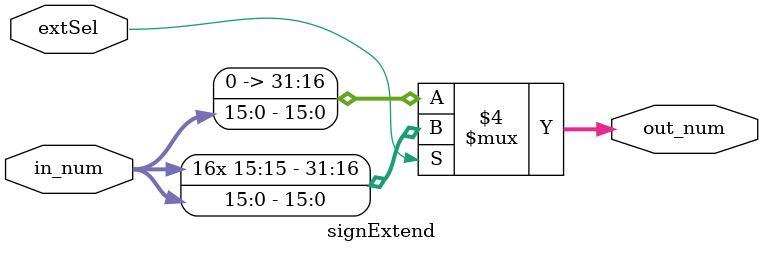
<source format=v>
`timescale 1ns / 1ps


module signExtend(
    input wire [15:0] in_num,
    input wire extSel,
    output reg [31:0] out_num
    );
    initial begin
        out_num=0;
    end
    always @(in_num or extSel) begin
        if (extSel) begin
            out_num <= { {16{in_num[15]}}, in_num[15:0] };
        end
        else begin
            out_num <= { {16{1'b0}}, in_num[15:0] };
        end
    end

endmodule

</source>
